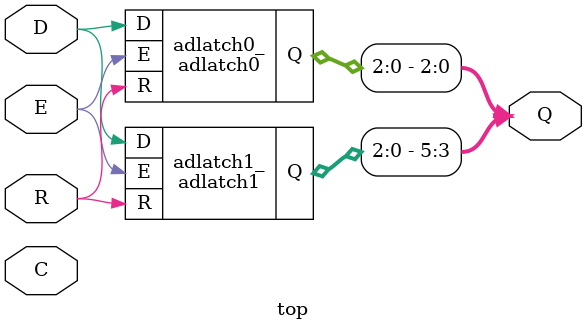
<source format=v>
module adlatch0(input E, R, D, (* init = 3'b000 *) output [2:0] Q);
\$_DLATCH_PP0_ ff0 (.E(E), .R(R), .D(D), .Q(Q[0]));
\$_DLATCH_PN0_ ff1 (.E(E), .R(R), .D(D), .Q(Q[1]));
\$_DLATCH_NP0_ ff2 (.E(E), .R(R), .D(D), .Q(Q[2]));
endmodule

module adlatch1(input E, R, D, (* init = 3'b000 *) output [2:0] Q);
\$_DLATCH_PP1_ ff0 (.E(E), .R(R), .D(D), .Q(Q[0]));
\$_DLATCH_PN1_ ff1 (.E(E), .R(R), .D(D), .Q(Q[1]));
\$_DLATCH_NP1_ ff2 (.E(E), .R(R), .D(D), .Q(Q[2]));
endmodule

module top(input C, E, R, D, output [5:0] Q);
adlatch0 adlatch0_(.E(E), .R(R), .D(D), .Q(Q[2:0]));
adlatch1 adlatch1_(.E(E), .R(R), .D(D), .Q(Q[5:3]));
endmodule

</source>
